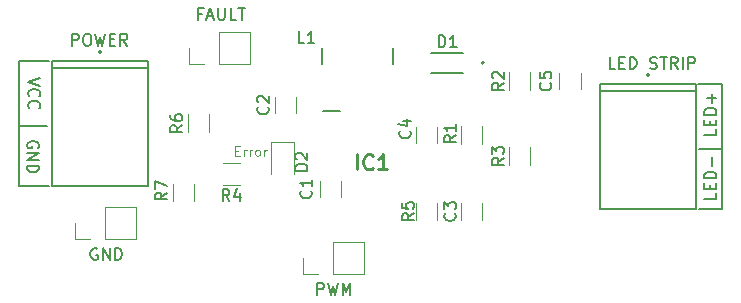
<source format=gbr>
%TF.GenerationSoftware,KiCad,Pcbnew,7.0.9*%
%TF.CreationDate,2023-12-10T23:23:11+01:00*%
%TF.ProjectId,LED Driver,4c454420-4472-4697-9665-722e6b696361,rev?*%
%TF.SameCoordinates,Original*%
%TF.FileFunction,Legend,Top*%
%TF.FilePolarity,Positive*%
%FSLAX46Y46*%
G04 Gerber Fmt 4.6, Leading zero omitted, Abs format (unit mm)*
G04 Created by KiCad (PCBNEW 7.0.9) date 2023-12-10 23:23:11*
%MOMM*%
%LPD*%
G01*
G04 APERTURE LIST*
%ADD10C,0.125000*%
%ADD11C,0.150000*%
%ADD12C,0.254000*%
%ADD13C,0.127000*%
%ADD14C,0.200000*%
%ADD15C,0.120000*%
G04 APERTURE END LIST*
D10*
X90752712Y-50636547D02*
X91019378Y-50636547D01*
X91133664Y-51055595D02*
X90752712Y-51055595D01*
X90752712Y-51055595D02*
X90752712Y-50255595D01*
X90752712Y-50255595D02*
X91133664Y-50255595D01*
X91476522Y-51055595D02*
X91476522Y-50522261D01*
X91476522Y-50674642D02*
X91514617Y-50598452D01*
X91514617Y-50598452D02*
X91552712Y-50560357D01*
X91552712Y-50560357D02*
X91628903Y-50522261D01*
X91628903Y-50522261D02*
X91705093Y-50522261D01*
X91971760Y-51055595D02*
X91971760Y-50522261D01*
X91971760Y-50674642D02*
X92009855Y-50598452D01*
X92009855Y-50598452D02*
X92047950Y-50560357D01*
X92047950Y-50560357D02*
X92124141Y-50522261D01*
X92124141Y-50522261D02*
X92200331Y-50522261D01*
X92581283Y-51055595D02*
X92505093Y-51017500D01*
X92505093Y-51017500D02*
X92466998Y-50979404D01*
X92466998Y-50979404D02*
X92428902Y-50903214D01*
X92428902Y-50903214D02*
X92428902Y-50674642D01*
X92428902Y-50674642D02*
X92466998Y-50598452D01*
X92466998Y-50598452D02*
X92505093Y-50560357D01*
X92505093Y-50560357D02*
X92581283Y-50522261D01*
X92581283Y-50522261D02*
X92695569Y-50522261D01*
X92695569Y-50522261D02*
X92771760Y-50560357D01*
X92771760Y-50560357D02*
X92809855Y-50598452D01*
X92809855Y-50598452D02*
X92847950Y-50674642D01*
X92847950Y-50674642D02*
X92847950Y-50903214D01*
X92847950Y-50903214D02*
X92809855Y-50979404D01*
X92809855Y-50979404D02*
X92771760Y-51017500D01*
X92771760Y-51017500D02*
X92695569Y-51055595D01*
X92695569Y-51055595D02*
X92581283Y-51055595D01*
X93190808Y-51055595D02*
X93190808Y-50522261D01*
X93190808Y-50674642D02*
X93228903Y-50598452D01*
X93228903Y-50598452D02*
X93266998Y-50560357D01*
X93266998Y-50560357D02*
X93343189Y-50522261D01*
X93343189Y-50522261D02*
X93419379Y-50522261D01*
D11*
X75000000Y-53600000D02*
X72400000Y-53600000D01*
X74850000Y-48500000D02*
X72450000Y-48500000D01*
X130000000Y-55550000D02*
X132000000Y-55550000D01*
X75000000Y-43000000D02*
X72400000Y-43000000D01*
X132000000Y-44950000D02*
X129950000Y-44950000D01*
X72400000Y-53600000D02*
X72400000Y-43000000D01*
X130000000Y-50500000D02*
X132000000Y-50500000D01*
X132000000Y-55550000D02*
X132000000Y-44950000D01*
X74230180Y-44443922D02*
X73230180Y-44777255D01*
X73230180Y-44777255D02*
X74230180Y-45110588D01*
X73325419Y-46015350D02*
X73277800Y-45967731D01*
X73277800Y-45967731D02*
X73230180Y-45824874D01*
X73230180Y-45824874D02*
X73230180Y-45729636D01*
X73230180Y-45729636D02*
X73277800Y-45586779D01*
X73277800Y-45586779D02*
X73373038Y-45491541D01*
X73373038Y-45491541D02*
X73468276Y-45443922D01*
X73468276Y-45443922D02*
X73658752Y-45396303D01*
X73658752Y-45396303D02*
X73801609Y-45396303D01*
X73801609Y-45396303D02*
X73992085Y-45443922D01*
X73992085Y-45443922D02*
X74087323Y-45491541D01*
X74087323Y-45491541D02*
X74182561Y-45586779D01*
X74182561Y-45586779D02*
X74230180Y-45729636D01*
X74230180Y-45729636D02*
X74230180Y-45824874D01*
X74230180Y-45824874D02*
X74182561Y-45967731D01*
X74182561Y-45967731D02*
X74134942Y-46015350D01*
X73325419Y-47015350D02*
X73277800Y-46967731D01*
X73277800Y-46967731D02*
X73230180Y-46824874D01*
X73230180Y-46824874D02*
X73230180Y-46729636D01*
X73230180Y-46729636D02*
X73277800Y-46586779D01*
X73277800Y-46586779D02*
X73373038Y-46491541D01*
X73373038Y-46491541D02*
X73468276Y-46443922D01*
X73468276Y-46443922D02*
X73658752Y-46396303D01*
X73658752Y-46396303D02*
X73801609Y-46396303D01*
X73801609Y-46396303D02*
X73992085Y-46443922D01*
X73992085Y-46443922D02*
X74087323Y-46491541D01*
X74087323Y-46491541D02*
X74182561Y-46586779D01*
X74182561Y-46586779D02*
X74230180Y-46729636D01*
X74230180Y-46729636D02*
X74230180Y-46824874D01*
X74230180Y-46824874D02*
X74182561Y-46967731D01*
X74182561Y-46967731D02*
X74134942Y-47015350D01*
X97686779Y-62819819D02*
X97686779Y-61819819D01*
X97686779Y-61819819D02*
X98067731Y-61819819D01*
X98067731Y-61819819D02*
X98162969Y-61867438D01*
X98162969Y-61867438D02*
X98210588Y-61915057D01*
X98210588Y-61915057D02*
X98258207Y-62010295D01*
X98258207Y-62010295D02*
X98258207Y-62153152D01*
X98258207Y-62153152D02*
X98210588Y-62248390D01*
X98210588Y-62248390D02*
X98162969Y-62296009D01*
X98162969Y-62296009D02*
X98067731Y-62343628D01*
X98067731Y-62343628D02*
X97686779Y-62343628D01*
X98591541Y-61819819D02*
X98829636Y-62819819D01*
X98829636Y-62819819D02*
X99020112Y-62105533D01*
X99020112Y-62105533D02*
X99210588Y-62819819D01*
X99210588Y-62819819D02*
X99448684Y-61819819D01*
X99829636Y-62819819D02*
X99829636Y-61819819D01*
X99829636Y-61819819D02*
X100162969Y-62534104D01*
X100162969Y-62534104D02*
X100496302Y-61819819D01*
X100496302Y-61819819D02*
X100496302Y-62819819D01*
X122912969Y-43699819D02*
X122436779Y-43699819D01*
X122436779Y-43699819D02*
X122436779Y-42699819D01*
X123246303Y-43176009D02*
X123579636Y-43176009D01*
X123722493Y-43699819D02*
X123246303Y-43699819D01*
X123246303Y-43699819D02*
X123246303Y-42699819D01*
X123246303Y-42699819D02*
X123722493Y-42699819D01*
X124151065Y-43699819D02*
X124151065Y-42699819D01*
X124151065Y-42699819D02*
X124389160Y-42699819D01*
X124389160Y-42699819D02*
X124532017Y-42747438D01*
X124532017Y-42747438D02*
X124627255Y-42842676D01*
X124627255Y-42842676D02*
X124674874Y-42937914D01*
X124674874Y-42937914D02*
X124722493Y-43128390D01*
X124722493Y-43128390D02*
X124722493Y-43271247D01*
X124722493Y-43271247D02*
X124674874Y-43461723D01*
X124674874Y-43461723D02*
X124627255Y-43556961D01*
X124627255Y-43556961D02*
X124532017Y-43652200D01*
X124532017Y-43652200D02*
X124389160Y-43699819D01*
X124389160Y-43699819D02*
X124151065Y-43699819D01*
X125865351Y-43652200D02*
X126008208Y-43699819D01*
X126008208Y-43699819D02*
X126246303Y-43699819D01*
X126246303Y-43699819D02*
X126341541Y-43652200D01*
X126341541Y-43652200D02*
X126389160Y-43604580D01*
X126389160Y-43604580D02*
X126436779Y-43509342D01*
X126436779Y-43509342D02*
X126436779Y-43414104D01*
X126436779Y-43414104D02*
X126389160Y-43318866D01*
X126389160Y-43318866D02*
X126341541Y-43271247D01*
X126341541Y-43271247D02*
X126246303Y-43223628D01*
X126246303Y-43223628D02*
X126055827Y-43176009D01*
X126055827Y-43176009D02*
X125960589Y-43128390D01*
X125960589Y-43128390D02*
X125912970Y-43080771D01*
X125912970Y-43080771D02*
X125865351Y-42985533D01*
X125865351Y-42985533D02*
X125865351Y-42890295D01*
X125865351Y-42890295D02*
X125912970Y-42795057D01*
X125912970Y-42795057D02*
X125960589Y-42747438D01*
X125960589Y-42747438D02*
X126055827Y-42699819D01*
X126055827Y-42699819D02*
X126293922Y-42699819D01*
X126293922Y-42699819D02*
X126436779Y-42747438D01*
X126722494Y-42699819D02*
X127293922Y-42699819D01*
X127008208Y-43699819D02*
X127008208Y-42699819D01*
X128198684Y-43699819D02*
X127865351Y-43223628D01*
X127627256Y-43699819D02*
X127627256Y-42699819D01*
X127627256Y-42699819D02*
X128008208Y-42699819D01*
X128008208Y-42699819D02*
X128103446Y-42747438D01*
X128103446Y-42747438D02*
X128151065Y-42795057D01*
X128151065Y-42795057D02*
X128198684Y-42890295D01*
X128198684Y-42890295D02*
X128198684Y-43033152D01*
X128198684Y-43033152D02*
X128151065Y-43128390D01*
X128151065Y-43128390D02*
X128103446Y-43176009D01*
X128103446Y-43176009D02*
X128008208Y-43223628D01*
X128008208Y-43223628D02*
X127627256Y-43223628D01*
X128627256Y-43699819D02*
X128627256Y-42699819D01*
X129103446Y-43699819D02*
X129103446Y-42699819D01*
X129103446Y-42699819D02*
X129484398Y-42699819D01*
X129484398Y-42699819D02*
X129579636Y-42747438D01*
X129579636Y-42747438D02*
X129627255Y-42795057D01*
X129627255Y-42795057D02*
X129674874Y-42890295D01*
X129674874Y-42890295D02*
X129674874Y-43033152D01*
X129674874Y-43033152D02*
X129627255Y-43128390D01*
X129627255Y-43128390D02*
X129579636Y-43176009D01*
X129579636Y-43176009D02*
X129484398Y-43223628D01*
X129484398Y-43223628D02*
X129103446Y-43223628D01*
X131469819Y-48787030D02*
X131469819Y-49263220D01*
X131469819Y-49263220D02*
X130469819Y-49263220D01*
X130946009Y-48453696D02*
X130946009Y-48120363D01*
X131469819Y-47977506D02*
X131469819Y-48453696D01*
X131469819Y-48453696D02*
X130469819Y-48453696D01*
X130469819Y-48453696D02*
X130469819Y-47977506D01*
X131469819Y-47548934D02*
X130469819Y-47548934D01*
X130469819Y-47548934D02*
X130469819Y-47310839D01*
X130469819Y-47310839D02*
X130517438Y-47167982D01*
X130517438Y-47167982D02*
X130612676Y-47072744D01*
X130612676Y-47072744D02*
X130707914Y-47025125D01*
X130707914Y-47025125D02*
X130898390Y-46977506D01*
X130898390Y-46977506D02*
X131041247Y-46977506D01*
X131041247Y-46977506D02*
X131231723Y-47025125D01*
X131231723Y-47025125D02*
X131326961Y-47072744D01*
X131326961Y-47072744D02*
X131422200Y-47167982D01*
X131422200Y-47167982D02*
X131469819Y-47310839D01*
X131469819Y-47310839D02*
X131469819Y-47548934D01*
X131088866Y-46548934D02*
X131088866Y-45787030D01*
X131469819Y-46167982D02*
X130707914Y-46167982D01*
X87920112Y-38996009D02*
X87586779Y-38996009D01*
X87586779Y-39519819D02*
X87586779Y-38519819D01*
X87586779Y-38519819D02*
X88062969Y-38519819D01*
X88396303Y-39234104D02*
X88872493Y-39234104D01*
X88301065Y-39519819D02*
X88634398Y-38519819D01*
X88634398Y-38519819D02*
X88967731Y-39519819D01*
X89301065Y-38519819D02*
X89301065Y-39329342D01*
X89301065Y-39329342D02*
X89348684Y-39424580D01*
X89348684Y-39424580D02*
X89396303Y-39472200D01*
X89396303Y-39472200D02*
X89491541Y-39519819D01*
X89491541Y-39519819D02*
X89682017Y-39519819D01*
X89682017Y-39519819D02*
X89777255Y-39472200D01*
X89777255Y-39472200D02*
X89824874Y-39424580D01*
X89824874Y-39424580D02*
X89872493Y-39329342D01*
X89872493Y-39329342D02*
X89872493Y-38519819D01*
X90824874Y-39519819D02*
X90348684Y-39519819D01*
X90348684Y-39519819D02*
X90348684Y-38519819D01*
X91015351Y-38519819D02*
X91586779Y-38519819D01*
X91301065Y-39519819D02*
X91301065Y-38519819D01*
X79060588Y-58917438D02*
X78965350Y-58869819D01*
X78965350Y-58869819D02*
X78822493Y-58869819D01*
X78822493Y-58869819D02*
X78679636Y-58917438D01*
X78679636Y-58917438D02*
X78584398Y-59012676D01*
X78584398Y-59012676D02*
X78536779Y-59107914D01*
X78536779Y-59107914D02*
X78489160Y-59298390D01*
X78489160Y-59298390D02*
X78489160Y-59441247D01*
X78489160Y-59441247D02*
X78536779Y-59631723D01*
X78536779Y-59631723D02*
X78584398Y-59726961D01*
X78584398Y-59726961D02*
X78679636Y-59822200D01*
X78679636Y-59822200D02*
X78822493Y-59869819D01*
X78822493Y-59869819D02*
X78917731Y-59869819D01*
X78917731Y-59869819D02*
X79060588Y-59822200D01*
X79060588Y-59822200D02*
X79108207Y-59774580D01*
X79108207Y-59774580D02*
X79108207Y-59441247D01*
X79108207Y-59441247D02*
X78917731Y-59441247D01*
X79536779Y-59869819D02*
X79536779Y-58869819D01*
X79536779Y-58869819D02*
X80108207Y-59869819D01*
X80108207Y-59869819D02*
X80108207Y-58869819D01*
X80584398Y-59869819D02*
X80584398Y-58869819D01*
X80584398Y-58869819D02*
X80822493Y-58869819D01*
X80822493Y-58869819D02*
X80965350Y-58917438D01*
X80965350Y-58917438D02*
X81060588Y-59012676D01*
X81060588Y-59012676D02*
X81108207Y-59107914D01*
X81108207Y-59107914D02*
X81155826Y-59298390D01*
X81155826Y-59298390D02*
X81155826Y-59441247D01*
X81155826Y-59441247D02*
X81108207Y-59631723D01*
X81108207Y-59631723D02*
X81060588Y-59726961D01*
X81060588Y-59726961D02*
X80965350Y-59822200D01*
X80965350Y-59822200D02*
X80822493Y-59869819D01*
X80822493Y-59869819D02*
X80584398Y-59869819D01*
X74082561Y-50360588D02*
X74130180Y-50265350D01*
X74130180Y-50265350D02*
X74130180Y-50122493D01*
X74130180Y-50122493D02*
X74082561Y-49979636D01*
X74082561Y-49979636D02*
X73987323Y-49884398D01*
X73987323Y-49884398D02*
X73892085Y-49836779D01*
X73892085Y-49836779D02*
X73701609Y-49789160D01*
X73701609Y-49789160D02*
X73558752Y-49789160D01*
X73558752Y-49789160D02*
X73368276Y-49836779D01*
X73368276Y-49836779D02*
X73273038Y-49884398D01*
X73273038Y-49884398D02*
X73177800Y-49979636D01*
X73177800Y-49979636D02*
X73130180Y-50122493D01*
X73130180Y-50122493D02*
X73130180Y-50217731D01*
X73130180Y-50217731D02*
X73177800Y-50360588D01*
X73177800Y-50360588D02*
X73225419Y-50408207D01*
X73225419Y-50408207D02*
X73558752Y-50408207D01*
X73558752Y-50408207D02*
X73558752Y-50217731D01*
X73130180Y-50836779D02*
X74130180Y-50836779D01*
X74130180Y-50836779D02*
X73130180Y-51408207D01*
X73130180Y-51408207D02*
X74130180Y-51408207D01*
X73130180Y-51884398D02*
X74130180Y-51884398D01*
X74130180Y-51884398D02*
X74130180Y-52122493D01*
X74130180Y-52122493D02*
X74082561Y-52265350D01*
X74082561Y-52265350D02*
X73987323Y-52360588D01*
X73987323Y-52360588D02*
X73892085Y-52408207D01*
X73892085Y-52408207D02*
X73701609Y-52455826D01*
X73701609Y-52455826D02*
X73558752Y-52455826D01*
X73558752Y-52455826D02*
X73368276Y-52408207D01*
X73368276Y-52408207D02*
X73273038Y-52360588D01*
X73273038Y-52360588D02*
X73177800Y-52265350D01*
X73177800Y-52265350D02*
X73130180Y-52122493D01*
X73130180Y-52122493D02*
X73130180Y-51884398D01*
X131469819Y-54187030D02*
X131469819Y-54663220D01*
X131469819Y-54663220D02*
X130469819Y-54663220D01*
X130946009Y-53853696D02*
X130946009Y-53520363D01*
X131469819Y-53377506D02*
X131469819Y-53853696D01*
X131469819Y-53853696D02*
X130469819Y-53853696D01*
X130469819Y-53853696D02*
X130469819Y-53377506D01*
X131469819Y-52948934D02*
X130469819Y-52948934D01*
X130469819Y-52948934D02*
X130469819Y-52710839D01*
X130469819Y-52710839D02*
X130517438Y-52567982D01*
X130517438Y-52567982D02*
X130612676Y-52472744D01*
X130612676Y-52472744D02*
X130707914Y-52425125D01*
X130707914Y-52425125D02*
X130898390Y-52377506D01*
X130898390Y-52377506D02*
X131041247Y-52377506D01*
X131041247Y-52377506D02*
X131231723Y-52425125D01*
X131231723Y-52425125D02*
X131326961Y-52472744D01*
X131326961Y-52472744D02*
X131422200Y-52567982D01*
X131422200Y-52567982D02*
X131469819Y-52710839D01*
X131469819Y-52710839D02*
X131469819Y-52948934D01*
X131088866Y-51948934D02*
X131088866Y-51187030D01*
X76936779Y-41719819D02*
X76936779Y-40719819D01*
X76936779Y-40719819D02*
X77317731Y-40719819D01*
X77317731Y-40719819D02*
X77412969Y-40767438D01*
X77412969Y-40767438D02*
X77460588Y-40815057D01*
X77460588Y-40815057D02*
X77508207Y-40910295D01*
X77508207Y-40910295D02*
X77508207Y-41053152D01*
X77508207Y-41053152D02*
X77460588Y-41148390D01*
X77460588Y-41148390D02*
X77412969Y-41196009D01*
X77412969Y-41196009D02*
X77317731Y-41243628D01*
X77317731Y-41243628D02*
X76936779Y-41243628D01*
X78127255Y-40719819D02*
X78317731Y-40719819D01*
X78317731Y-40719819D02*
X78412969Y-40767438D01*
X78412969Y-40767438D02*
X78508207Y-40862676D01*
X78508207Y-40862676D02*
X78555826Y-41053152D01*
X78555826Y-41053152D02*
X78555826Y-41386485D01*
X78555826Y-41386485D02*
X78508207Y-41576961D01*
X78508207Y-41576961D02*
X78412969Y-41672200D01*
X78412969Y-41672200D02*
X78317731Y-41719819D01*
X78317731Y-41719819D02*
X78127255Y-41719819D01*
X78127255Y-41719819D02*
X78032017Y-41672200D01*
X78032017Y-41672200D02*
X77936779Y-41576961D01*
X77936779Y-41576961D02*
X77889160Y-41386485D01*
X77889160Y-41386485D02*
X77889160Y-41053152D01*
X77889160Y-41053152D02*
X77936779Y-40862676D01*
X77936779Y-40862676D02*
X78032017Y-40767438D01*
X78032017Y-40767438D02*
X78127255Y-40719819D01*
X78889160Y-40719819D02*
X79127255Y-41719819D01*
X79127255Y-41719819D02*
X79317731Y-41005533D01*
X79317731Y-41005533D02*
X79508207Y-41719819D01*
X79508207Y-41719819D02*
X79746303Y-40719819D01*
X80127255Y-41196009D02*
X80460588Y-41196009D01*
X80603445Y-41719819D02*
X80127255Y-41719819D01*
X80127255Y-41719819D02*
X80127255Y-40719819D01*
X80127255Y-40719819D02*
X80603445Y-40719819D01*
X81603445Y-41719819D02*
X81270112Y-41243628D01*
X81032017Y-41719819D02*
X81032017Y-40719819D01*
X81032017Y-40719819D02*
X81412969Y-40719819D01*
X81412969Y-40719819D02*
X81508207Y-40767438D01*
X81508207Y-40767438D02*
X81555826Y-40815057D01*
X81555826Y-40815057D02*
X81603445Y-40910295D01*
X81603445Y-40910295D02*
X81603445Y-41053152D01*
X81603445Y-41053152D02*
X81555826Y-41148390D01*
X81555826Y-41148390D02*
X81508207Y-41196009D01*
X81508207Y-41196009D02*
X81412969Y-41243628D01*
X81412969Y-41243628D02*
X81032017Y-41243628D01*
X96592969Y-41489819D02*
X96116779Y-41489819D01*
X96116779Y-41489819D02*
X96116779Y-40489819D01*
X97450112Y-41489819D02*
X96878684Y-41489819D01*
X97164398Y-41489819D02*
X97164398Y-40489819D01*
X97164398Y-40489819D02*
X97069160Y-40632676D01*
X97069160Y-40632676D02*
X96973922Y-40727914D01*
X96973922Y-40727914D02*
X96878684Y-40775533D01*
X107973905Y-41856819D02*
X107973905Y-40856819D01*
X107973905Y-40856819D02*
X108212000Y-40856819D01*
X108212000Y-40856819D02*
X108354857Y-40904438D01*
X108354857Y-40904438D02*
X108450095Y-40999676D01*
X108450095Y-40999676D02*
X108497714Y-41094914D01*
X108497714Y-41094914D02*
X108545333Y-41285390D01*
X108545333Y-41285390D02*
X108545333Y-41428247D01*
X108545333Y-41428247D02*
X108497714Y-41618723D01*
X108497714Y-41618723D02*
X108450095Y-41713961D01*
X108450095Y-41713961D02*
X108354857Y-41809200D01*
X108354857Y-41809200D02*
X108212000Y-41856819D01*
X108212000Y-41856819D02*
X107973905Y-41856819D01*
X109497714Y-41856819D02*
X108926286Y-41856819D01*
X109212000Y-41856819D02*
X109212000Y-40856819D01*
X109212000Y-40856819D02*
X109116762Y-40999676D01*
X109116762Y-40999676D02*
X109021524Y-41094914D01*
X109021524Y-41094914D02*
X108926286Y-41142533D01*
X109420819Y-49315666D02*
X108944628Y-49648999D01*
X109420819Y-49887094D02*
X108420819Y-49887094D01*
X108420819Y-49887094D02*
X108420819Y-49506142D01*
X108420819Y-49506142D02*
X108468438Y-49410904D01*
X108468438Y-49410904D02*
X108516057Y-49363285D01*
X108516057Y-49363285D02*
X108611295Y-49315666D01*
X108611295Y-49315666D02*
X108754152Y-49315666D01*
X108754152Y-49315666D02*
X108849390Y-49363285D01*
X108849390Y-49363285D02*
X108897009Y-49410904D01*
X108897009Y-49410904D02*
X108944628Y-49506142D01*
X108944628Y-49506142D02*
X108944628Y-49887094D01*
X109420819Y-48363285D02*
X109420819Y-48934713D01*
X109420819Y-48648999D02*
X108420819Y-48648999D01*
X108420819Y-48648999D02*
X108563676Y-48744237D01*
X108563676Y-48744237D02*
X108658914Y-48839475D01*
X108658914Y-48839475D02*
X108706533Y-48934713D01*
X86254819Y-48466666D02*
X85778628Y-48799999D01*
X86254819Y-49038094D02*
X85254819Y-49038094D01*
X85254819Y-49038094D02*
X85254819Y-48657142D01*
X85254819Y-48657142D02*
X85302438Y-48561904D01*
X85302438Y-48561904D02*
X85350057Y-48514285D01*
X85350057Y-48514285D02*
X85445295Y-48466666D01*
X85445295Y-48466666D02*
X85588152Y-48466666D01*
X85588152Y-48466666D02*
X85683390Y-48514285D01*
X85683390Y-48514285D02*
X85731009Y-48561904D01*
X85731009Y-48561904D02*
X85778628Y-48657142D01*
X85778628Y-48657142D02*
X85778628Y-49038094D01*
X85254819Y-47609523D02*
X85254819Y-47799999D01*
X85254819Y-47799999D02*
X85302438Y-47895237D01*
X85302438Y-47895237D02*
X85350057Y-47942856D01*
X85350057Y-47942856D02*
X85492914Y-48038094D01*
X85492914Y-48038094D02*
X85683390Y-48085713D01*
X85683390Y-48085713D02*
X86064342Y-48085713D01*
X86064342Y-48085713D02*
X86159580Y-48038094D01*
X86159580Y-48038094D02*
X86207200Y-47990475D01*
X86207200Y-47990475D02*
X86254819Y-47895237D01*
X86254819Y-47895237D02*
X86254819Y-47704761D01*
X86254819Y-47704761D02*
X86207200Y-47609523D01*
X86207200Y-47609523D02*
X86159580Y-47561904D01*
X86159580Y-47561904D02*
X86064342Y-47514285D01*
X86064342Y-47514285D02*
X85826247Y-47514285D01*
X85826247Y-47514285D02*
X85731009Y-47561904D01*
X85731009Y-47561904D02*
X85683390Y-47609523D01*
X85683390Y-47609523D02*
X85635771Y-47704761D01*
X85635771Y-47704761D02*
X85635771Y-47895237D01*
X85635771Y-47895237D02*
X85683390Y-47990475D01*
X85683390Y-47990475D02*
X85731009Y-48038094D01*
X85731009Y-48038094D02*
X85826247Y-48085713D01*
X84954819Y-54166666D02*
X84478628Y-54499999D01*
X84954819Y-54738094D02*
X83954819Y-54738094D01*
X83954819Y-54738094D02*
X83954819Y-54357142D01*
X83954819Y-54357142D02*
X84002438Y-54261904D01*
X84002438Y-54261904D02*
X84050057Y-54214285D01*
X84050057Y-54214285D02*
X84145295Y-54166666D01*
X84145295Y-54166666D02*
X84288152Y-54166666D01*
X84288152Y-54166666D02*
X84383390Y-54214285D01*
X84383390Y-54214285D02*
X84431009Y-54261904D01*
X84431009Y-54261904D02*
X84478628Y-54357142D01*
X84478628Y-54357142D02*
X84478628Y-54738094D01*
X83954819Y-53833332D02*
X83954819Y-53166666D01*
X83954819Y-53166666D02*
X84954819Y-53595237D01*
X97133580Y-54014666D02*
X97181200Y-54062285D01*
X97181200Y-54062285D02*
X97228819Y-54205142D01*
X97228819Y-54205142D02*
X97228819Y-54300380D01*
X97228819Y-54300380D02*
X97181200Y-54443237D01*
X97181200Y-54443237D02*
X97085961Y-54538475D01*
X97085961Y-54538475D02*
X96990723Y-54586094D01*
X96990723Y-54586094D02*
X96800247Y-54633713D01*
X96800247Y-54633713D02*
X96657390Y-54633713D01*
X96657390Y-54633713D02*
X96466914Y-54586094D01*
X96466914Y-54586094D02*
X96371676Y-54538475D01*
X96371676Y-54538475D02*
X96276438Y-54443237D01*
X96276438Y-54443237D02*
X96228819Y-54300380D01*
X96228819Y-54300380D02*
X96228819Y-54205142D01*
X96228819Y-54205142D02*
X96276438Y-54062285D01*
X96276438Y-54062285D02*
X96324057Y-54014666D01*
X97228819Y-53062285D02*
X97228819Y-53633713D01*
X97228819Y-53347999D02*
X96228819Y-53347999D01*
X96228819Y-53347999D02*
X96371676Y-53443237D01*
X96371676Y-53443237D02*
X96466914Y-53538475D01*
X96466914Y-53538475D02*
X96514533Y-53633713D01*
X90257333Y-54852819D02*
X89924000Y-54376628D01*
X89685905Y-54852819D02*
X89685905Y-53852819D01*
X89685905Y-53852819D02*
X90066857Y-53852819D01*
X90066857Y-53852819D02*
X90162095Y-53900438D01*
X90162095Y-53900438D02*
X90209714Y-53948057D01*
X90209714Y-53948057D02*
X90257333Y-54043295D01*
X90257333Y-54043295D02*
X90257333Y-54186152D01*
X90257333Y-54186152D02*
X90209714Y-54281390D01*
X90209714Y-54281390D02*
X90162095Y-54329009D01*
X90162095Y-54329009D02*
X90066857Y-54376628D01*
X90066857Y-54376628D02*
X89685905Y-54376628D01*
X91114476Y-54186152D02*
X91114476Y-54852819D01*
X90876381Y-53805200D02*
X90638286Y-54519485D01*
X90638286Y-54519485D02*
X91257333Y-54519485D01*
X105864819Y-55919666D02*
X105388628Y-56252999D01*
X105864819Y-56491094D02*
X104864819Y-56491094D01*
X104864819Y-56491094D02*
X104864819Y-56110142D01*
X104864819Y-56110142D02*
X104912438Y-56014904D01*
X104912438Y-56014904D02*
X104960057Y-55967285D01*
X104960057Y-55967285D02*
X105055295Y-55919666D01*
X105055295Y-55919666D02*
X105198152Y-55919666D01*
X105198152Y-55919666D02*
X105293390Y-55967285D01*
X105293390Y-55967285D02*
X105341009Y-56014904D01*
X105341009Y-56014904D02*
X105388628Y-56110142D01*
X105388628Y-56110142D02*
X105388628Y-56491094D01*
X104864819Y-55014904D02*
X104864819Y-55491094D01*
X104864819Y-55491094D02*
X105341009Y-55538713D01*
X105341009Y-55538713D02*
X105293390Y-55491094D01*
X105293390Y-55491094D02*
X105245771Y-55395856D01*
X105245771Y-55395856D02*
X105245771Y-55157761D01*
X105245771Y-55157761D02*
X105293390Y-55062523D01*
X105293390Y-55062523D02*
X105341009Y-55014904D01*
X105341009Y-55014904D02*
X105436247Y-54967285D01*
X105436247Y-54967285D02*
X105674342Y-54967285D01*
X105674342Y-54967285D02*
X105769580Y-55014904D01*
X105769580Y-55014904D02*
X105817200Y-55062523D01*
X105817200Y-55062523D02*
X105864819Y-55157761D01*
X105864819Y-55157761D02*
X105864819Y-55395856D01*
X105864819Y-55395856D02*
X105817200Y-55491094D01*
X105817200Y-55491094D02*
X105769580Y-55538713D01*
X105515580Y-48934666D02*
X105563200Y-48982285D01*
X105563200Y-48982285D02*
X105610819Y-49125142D01*
X105610819Y-49125142D02*
X105610819Y-49220380D01*
X105610819Y-49220380D02*
X105563200Y-49363237D01*
X105563200Y-49363237D02*
X105467961Y-49458475D01*
X105467961Y-49458475D02*
X105372723Y-49506094D01*
X105372723Y-49506094D02*
X105182247Y-49553713D01*
X105182247Y-49553713D02*
X105039390Y-49553713D01*
X105039390Y-49553713D02*
X104848914Y-49506094D01*
X104848914Y-49506094D02*
X104753676Y-49458475D01*
X104753676Y-49458475D02*
X104658438Y-49363237D01*
X104658438Y-49363237D02*
X104610819Y-49220380D01*
X104610819Y-49220380D02*
X104610819Y-49125142D01*
X104610819Y-49125142D02*
X104658438Y-48982285D01*
X104658438Y-48982285D02*
X104706057Y-48934666D01*
X104944152Y-48077523D02*
X105610819Y-48077523D01*
X104563200Y-48315618D02*
X105277485Y-48553713D01*
X105277485Y-48553713D02*
X105277485Y-47934666D01*
X109325580Y-55919666D02*
X109373200Y-55967285D01*
X109373200Y-55967285D02*
X109420819Y-56110142D01*
X109420819Y-56110142D02*
X109420819Y-56205380D01*
X109420819Y-56205380D02*
X109373200Y-56348237D01*
X109373200Y-56348237D02*
X109277961Y-56443475D01*
X109277961Y-56443475D02*
X109182723Y-56491094D01*
X109182723Y-56491094D02*
X108992247Y-56538713D01*
X108992247Y-56538713D02*
X108849390Y-56538713D01*
X108849390Y-56538713D02*
X108658914Y-56491094D01*
X108658914Y-56491094D02*
X108563676Y-56443475D01*
X108563676Y-56443475D02*
X108468438Y-56348237D01*
X108468438Y-56348237D02*
X108420819Y-56205380D01*
X108420819Y-56205380D02*
X108420819Y-56110142D01*
X108420819Y-56110142D02*
X108468438Y-55967285D01*
X108468438Y-55967285D02*
X108516057Y-55919666D01*
X108420819Y-55586332D02*
X108420819Y-54967285D01*
X108420819Y-54967285D02*
X108801771Y-55300618D01*
X108801771Y-55300618D02*
X108801771Y-55157761D01*
X108801771Y-55157761D02*
X108849390Y-55062523D01*
X108849390Y-55062523D02*
X108897009Y-55014904D01*
X108897009Y-55014904D02*
X108992247Y-54967285D01*
X108992247Y-54967285D02*
X109230342Y-54967285D01*
X109230342Y-54967285D02*
X109325580Y-55014904D01*
X109325580Y-55014904D02*
X109373200Y-55062523D01*
X109373200Y-55062523D02*
X109420819Y-55157761D01*
X109420819Y-55157761D02*
X109420819Y-55443475D01*
X109420819Y-55443475D02*
X109373200Y-55538713D01*
X109373200Y-55538713D02*
X109325580Y-55586332D01*
D12*
X101040237Y-52194318D02*
X101040237Y-50924318D01*
X102370714Y-52073365D02*
X102310238Y-52133842D01*
X102310238Y-52133842D02*
X102128809Y-52194318D01*
X102128809Y-52194318D02*
X102007857Y-52194318D01*
X102007857Y-52194318D02*
X101826428Y-52133842D01*
X101826428Y-52133842D02*
X101705476Y-52012889D01*
X101705476Y-52012889D02*
X101644999Y-51891937D01*
X101644999Y-51891937D02*
X101584523Y-51650032D01*
X101584523Y-51650032D02*
X101584523Y-51468603D01*
X101584523Y-51468603D02*
X101644999Y-51226699D01*
X101644999Y-51226699D02*
X101705476Y-51105746D01*
X101705476Y-51105746D02*
X101826428Y-50984794D01*
X101826428Y-50984794D02*
X102007857Y-50924318D01*
X102007857Y-50924318D02*
X102128809Y-50924318D01*
X102128809Y-50924318D02*
X102310238Y-50984794D01*
X102310238Y-50984794D02*
X102370714Y-51045270D01*
X103580238Y-52194318D02*
X102854523Y-52194318D01*
X103217380Y-52194318D02*
X103217380Y-50924318D01*
X103217380Y-50924318D02*
X103096428Y-51105746D01*
X103096428Y-51105746D02*
X102975476Y-51226699D01*
X102975476Y-51226699D02*
X102854523Y-51287175D01*
D11*
X113484819Y-51220666D02*
X113008628Y-51553999D01*
X113484819Y-51792094D02*
X112484819Y-51792094D01*
X112484819Y-51792094D02*
X112484819Y-51411142D01*
X112484819Y-51411142D02*
X112532438Y-51315904D01*
X112532438Y-51315904D02*
X112580057Y-51268285D01*
X112580057Y-51268285D02*
X112675295Y-51220666D01*
X112675295Y-51220666D02*
X112818152Y-51220666D01*
X112818152Y-51220666D02*
X112913390Y-51268285D01*
X112913390Y-51268285D02*
X112961009Y-51315904D01*
X112961009Y-51315904D02*
X113008628Y-51411142D01*
X113008628Y-51411142D02*
X113008628Y-51792094D01*
X112484819Y-50887332D02*
X112484819Y-50268285D01*
X112484819Y-50268285D02*
X112865771Y-50601618D01*
X112865771Y-50601618D02*
X112865771Y-50458761D01*
X112865771Y-50458761D02*
X112913390Y-50363523D01*
X112913390Y-50363523D02*
X112961009Y-50315904D01*
X112961009Y-50315904D02*
X113056247Y-50268285D01*
X113056247Y-50268285D02*
X113294342Y-50268285D01*
X113294342Y-50268285D02*
X113389580Y-50315904D01*
X113389580Y-50315904D02*
X113437200Y-50363523D01*
X113437200Y-50363523D02*
X113484819Y-50458761D01*
X113484819Y-50458761D02*
X113484819Y-50744475D01*
X113484819Y-50744475D02*
X113437200Y-50839713D01*
X113437200Y-50839713D02*
X113389580Y-50887332D01*
X96846819Y-52300094D02*
X95846819Y-52300094D01*
X95846819Y-52300094D02*
X95846819Y-52061999D01*
X95846819Y-52061999D02*
X95894438Y-51919142D01*
X95894438Y-51919142D02*
X95989676Y-51823904D01*
X95989676Y-51823904D02*
X96084914Y-51776285D01*
X96084914Y-51776285D02*
X96275390Y-51728666D01*
X96275390Y-51728666D02*
X96418247Y-51728666D01*
X96418247Y-51728666D02*
X96608723Y-51776285D01*
X96608723Y-51776285D02*
X96703961Y-51823904D01*
X96703961Y-51823904D02*
X96799200Y-51919142D01*
X96799200Y-51919142D02*
X96846819Y-52061999D01*
X96846819Y-52061999D02*
X96846819Y-52300094D01*
X95942057Y-51347713D02*
X95894438Y-51300094D01*
X95894438Y-51300094D02*
X95846819Y-51204856D01*
X95846819Y-51204856D02*
X95846819Y-50966761D01*
X95846819Y-50966761D02*
X95894438Y-50871523D01*
X95894438Y-50871523D02*
X95942057Y-50823904D01*
X95942057Y-50823904D02*
X96037295Y-50776285D01*
X96037295Y-50776285D02*
X96132533Y-50776285D01*
X96132533Y-50776285D02*
X96275390Y-50823904D01*
X96275390Y-50823904D02*
X96846819Y-51395332D01*
X96846819Y-51395332D02*
X96846819Y-50776285D01*
X117427580Y-44870666D02*
X117475200Y-44918285D01*
X117475200Y-44918285D02*
X117522819Y-45061142D01*
X117522819Y-45061142D02*
X117522819Y-45156380D01*
X117522819Y-45156380D02*
X117475200Y-45299237D01*
X117475200Y-45299237D02*
X117379961Y-45394475D01*
X117379961Y-45394475D02*
X117284723Y-45442094D01*
X117284723Y-45442094D02*
X117094247Y-45489713D01*
X117094247Y-45489713D02*
X116951390Y-45489713D01*
X116951390Y-45489713D02*
X116760914Y-45442094D01*
X116760914Y-45442094D02*
X116665676Y-45394475D01*
X116665676Y-45394475D02*
X116570438Y-45299237D01*
X116570438Y-45299237D02*
X116522819Y-45156380D01*
X116522819Y-45156380D02*
X116522819Y-45061142D01*
X116522819Y-45061142D02*
X116570438Y-44918285D01*
X116570438Y-44918285D02*
X116618057Y-44870666D01*
X116522819Y-43965904D02*
X116522819Y-44442094D01*
X116522819Y-44442094D02*
X116999009Y-44489713D01*
X116999009Y-44489713D02*
X116951390Y-44442094D01*
X116951390Y-44442094D02*
X116903771Y-44346856D01*
X116903771Y-44346856D02*
X116903771Y-44108761D01*
X116903771Y-44108761D02*
X116951390Y-44013523D01*
X116951390Y-44013523D02*
X116999009Y-43965904D01*
X116999009Y-43965904D02*
X117094247Y-43918285D01*
X117094247Y-43918285D02*
X117332342Y-43918285D01*
X117332342Y-43918285D02*
X117427580Y-43965904D01*
X117427580Y-43965904D02*
X117475200Y-44013523D01*
X117475200Y-44013523D02*
X117522819Y-44108761D01*
X117522819Y-44108761D02*
X117522819Y-44346856D01*
X117522819Y-44346856D02*
X117475200Y-44442094D01*
X117475200Y-44442094D02*
X117427580Y-44489713D01*
X93505580Y-46902666D02*
X93553200Y-46950285D01*
X93553200Y-46950285D02*
X93600819Y-47093142D01*
X93600819Y-47093142D02*
X93600819Y-47188380D01*
X93600819Y-47188380D02*
X93553200Y-47331237D01*
X93553200Y-47331237D02*
X93457961Y-47426475D01*
X93457961Y-47426475D02*
X93362723Y-47474094D01*
X93362723Y-47474094D02*
X93172247Y-47521713D01*
X93172247Y-47521713D02*
X93029390Y-47521713D01*
X93029390Y-47521713D02*
X92838914Y-47474094D01*
X92838914Y-47474094D02*
X92743676Y-47426475D01*
X92743676Y-47426475D02*
X92648438Y-47331237D01*
X92648438Y-47331237D02*
X92600819Y-47188380D01*
X92600819Y-47188380D02*
X92600819Y-47093142D01*
X92600819Y-47093142D02*
X92648438Y-46950285D01*
X92648438Y-46950285D02*
X92696057Y-46902666D01*
X92696057Y-46521713D02*
X92648438Y-46474094D01*
X92648438Y-46474094D02*
X92600819Y-46378856D01*
X92600819Y-46378856D02*
X92600819Y-46140761D01*
X92600819Y-46140761D02*
X92648438Y-46045523D01*
X92648438Y-46045523D02*
X92696057Y-45997904D01*
X92696057Y-45997904D02*
X92791295Y-45950285D01*
X92791295Y-45950285D02*
X92886533Y-45950285D01*
X92886533Y-45950285D02*
X93029390Y-45997904D01*
X93029390Y-45997904D02*
X93600819Y-46569332D01*
X93600819Y-46569332D02*
X93600819Y-45950285D01*
X113484819Y-44870666D02*
X113008628Y-45203999D01*
X113484819Y-45442094D02*
X112484819Y-45442094D01*
X112484819Y-45442094D02*
X112484819Y-45061142D01*
X112484819Y-45061142D02*
X112532438Y-44965904D01*
X112532438Y-44965904D02*
X112580057Y-44918285D01*
X112580057Y-44918285D02*
X112675295Y-44870666D01*
X112675295Y-44870666D02*
X112818152Y-44870666D01*
X112818152Y-44870666D02*
X112913390Y-44918285D01*
X112913390Y-44918285D02*
X112961009Y-44965904D01*
X112961009Y-44965904D02*
X113008628Y-45061142D01*
X113008628Y-45061142D02*
X113008628Y-45442094D01*
X112580057Y-44489713D02*
X112532438Y-44442094D01*
X112532438Y-44442094D02*
X112484819Y-44346856D01*
X112484819Y-44346856D02*
X112484819Y-44108761D01*
X112484819Y-44108761D02*
X112532438Y-44013523D01*
X112532438Y-44013523D02*
X112580057Y-43965904D01*
X112580057Y-43965904D02*
X112675295Y-43918285D01*
X112675295Y-43918285D02*
X112770533Y-43918285D01*
X112770533Y-43918285D02*
X112913390Y-43965904D01*
X112913390Y-43965904D02*
X113484819Y-44537332D01*
X113484819Y-44537332D02*
X113484819Y-43918285D01*
D13*
%TO.C,L1*%
X104100000Y-41900000D02*
X104100000Y-43300000D01*
X98100000Y-41900000D02*
X98100000Y-43300000D01*
%TO.C,D1*%
X110062000Y-42330000D02*
X107362000Y-42330000D01*
X107362000Y-44030000D02*
X110062000Y-44030000D01*
D14*
X111812000Y-43180000D02*
G75*
G03*
X111812000Y-43180000I-100000J0D01*
G01*
D15*
%TO.C,R1*%
X111654000Y-48548936D02*
X111654000Y-50003064D01*
X109834000Y-48548936D02*
X109834000Y-50003064D01*
%TO.C,J2*%
X77145000Y-58080000D02*
X77145000Y-56750000D01*
X78475000Y-58080000D02*
X77145000Y-58080000D01*
X79745000Y-58080000D02*
X82345000Y-58080000D01*
X79745000Y-58080000D02*
X79745000Y-55420000D01*
X82345000Y-58080000D02*
X82345000Y-55420000D01*
X79745000Y-55420000D02*
X82345000Y-55420000D01*
%TO.C,R6*%
X88540000Y-47532936D02*
X88540000Y-48987064D01*
X86720000Y-47532936D02*
X86720000Y-48987064D01*
%TO.C,R7*%
X87260000Y-53422936D02*
X87260000Y-54877064D01*
X85440000Y-53422936D02*
X85440000Y-54877064D01*
%TO.C,C1*%
X99716000Y-53136748D02*
X99716000Y-54559252D01*
X97896000Y-53136748D02*
X97896000Y-54559252D01*
D13*
%TO.C,LED_STRIP_0*%
X129800000Y-44946000D02*
X129800000Y-45546000D01*
X121600000Y-44946000D02*
X129800000Y-44946000D01*
X121600000Y-44946000D02*
X121600000Y-45546000D01*
X129800000Y-45546000D02*
X129800000Y-55546000D01*
X121600000Y-45546000D02*
X129800000Y-45546000D01*
X129800000Y-55546000D02*
X121600000Y-55546000D01*
X121600000Y-55546000D02*
X121600000Y-45546000D01*
D14*
X125800000Y-44196000D02*
G75*
G03*
X125800000Y-44196000I-100000J0D01*
G01*
D15*
%TO.C,J1*%
X96455000Y-61020000D02*
X96455000Y-59690000D01*
X97785000Y-61020000D02*
X96455000Y-61020000D01*
X99055000Y-61020000D02*
X101655000Y-61020000D01*
X99055000Y-61020000D02*
X99055000Y-58360000D01*
X101655000Y-61020000D02*
X101655000Y-58360000D01*
X99055000Y-58360000D02*
X101655000Y-58360000D01*
%TO.C,R4*%
X91151064Y-53488000D02*
X89696936Y-53488000D01*
X91151064Y-51668000D02*
X89696936Y-51668000D01*
%TO.C,R5*%
X107844000Y-55025936D02*
X107844000Y-56480064D01*
X106024000Y-55025936D02*
X106024000Y-56480064D01*
%TO.C,J3*%
X86803000Y-43240000D02*
X86803000Y-41910000D01*
X88133000Y-43240000D02*
X86803000Y-43240000D01*
X89403000Y-43240000D02*
X92003000Y-43240000D01*
X89403000Y-43240000D02*
X89403000Y-40580000D01*
X92003000Y-43240000D02*
X92003000Y-40580000D01*
X89403000Y-40580000D02*
X92003000Y-40580000D01*
%TO.C,C4*%
X107844000Y-48564748D02*
X107844000Y-49987252D01*
X106024000Y-48564748D02*
X106024000Y-49987252D01*
%TO.C,C3*%
X111654000Y-55041748D02*
X111654000Y-56464252D01*
X109834000Y-55041748D02*
X109834000Y-56464252D01*
D14*
%TO.C,IC1*%
X98192000Y-47268000D02*
X99592000Y-47268000D01*
D13*
%TO.C,J4*%
X83400000Y-43000000D02*
X83400000Y-43600000D01*
X75200000Y-43000000D02*
X83400000Y-43000000D01*
X75200000Y-43000000D02*
X75200000Y-43600000D01*
X83400000Y-43600000D02*
X83400000Y-53600000D01*
X75200000Y-43600000D02*
X83400000Y-43600000D01*
X83400000Y-53600000D02*
X75200000Y-53600000D01*
X75200000Y-53600000D02*
X75200000Y-43600000D01*
D14*
X79400000Y-42250000D02*
G75*
G03*
X79400000Y-42250000I-100000J0D01*
G01*
D15*
%TO.C,R3*%
X115718000Y-50326936D02*
X115718000Y-51781064D01*
X113898000Y-50326936D02*
X113898000Y-51781064D01*
%TO.C,D2*%
X95702000Y-52562000D02*
X95702000Y-49877000D01*
X93782000Y-49877000D02*
X93782000Y-52562000D01*
X95702000Y-49877000D02*
X93782000Y-49877000D01*
%TO.C,C5*%
X120010000Y-43992748D02*
X120010000Y-45415252D01*
X118190000Y-43992748D02*
X118190000Y-45415252D01*
%TO.C,C2*%
X94086000Y-47447252D02*
X94086000Y-46024748D01*
X95906000Y-47447252D02*
X95906000Y-46024748D01*
%TO.C,R2*%
X115718000Y-43976936D02*
X115718000Y-45431064D01*
X113898000Y-43976936D02*
X113898000Y-45431064D01*
%TD*%
M02*

</source>
